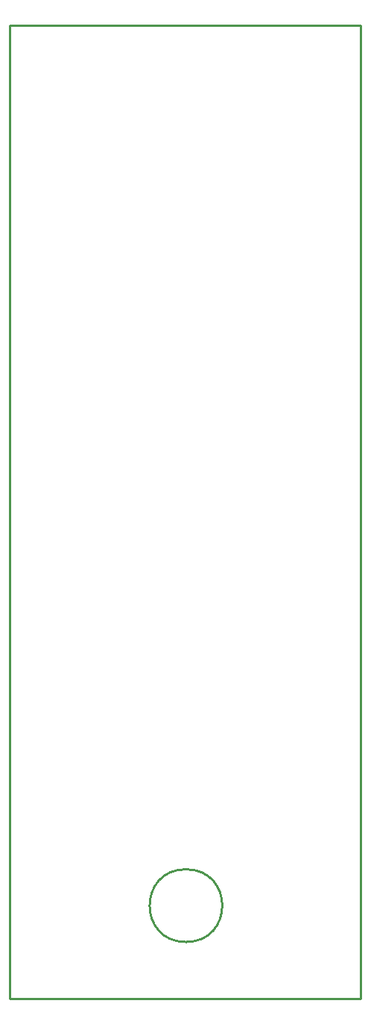
<source format=gko>
G04 Layer: BoardOutlineLayer*
G04 EasyEDA v6.5.29, 2023-07-19 20:14:37*
G04 41db7a399fb243939f9e48431119433e,5a6b42c53f6a479593ecc07194224c93,10*
G04 Gerber Generator version 0.2*
G04 Scale: 100 percent, Rotated: No, Reflected: No *
G04 Dimensions in millimeters *
G04 leading zeros omitted , absolute positions ,4 integer and 5 decimal *
%FSLAX45Y45*%
%MOMM*%

%ADD10C,0.2540*%
D10*
X-2875102Y4025900D02*
G01*
X1112697Y4025900D01*
X1112697Y-7023100D01*
X-2875102Y-7023100D01*
X-2875102Y4025900D01*
G75*
G01*
X-874806Y-6381699D02*
G02*
X-874806Y-5556301I0J412699D01*
G75*
G01*
X-874806Y-5556301D02*
G02*
X-874806Y-6381699I0J-412699D01*
X-874806Y-6381699D02*
G01*
X-874806Y-6381699D01*

%LPD*%
M02*

</source>
